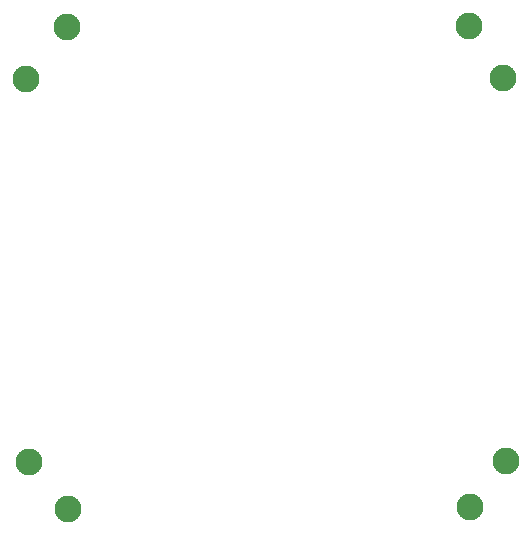
<source format=gbs>
G04 MADE WITH FRITZING*
G04 WWW.FRITZING.ORG*
G04 DOUBLE SIDED*
G04 HOLES PLATED*
G04 CONTOUR ON CENTER OF CONTOUR VECTOR*
%ASAXBY*%
%FSLAX23Y23*%
%MOIN*%
%OFA0B0*%
%SFA1.0B1.0*%
%ADD10C,0.089370*%
%LNMASK0*%
G90*
G70*
G54D10*
X226Y85D03*
X96Y242D03*
X86Y1518D03*
X1676Y1521D03*
X1685Y245D03*
X1565Y90D03*
X1563Y1696D03*
X224Y1691D03*
G04 End of Mask0*
M02*
</source>
